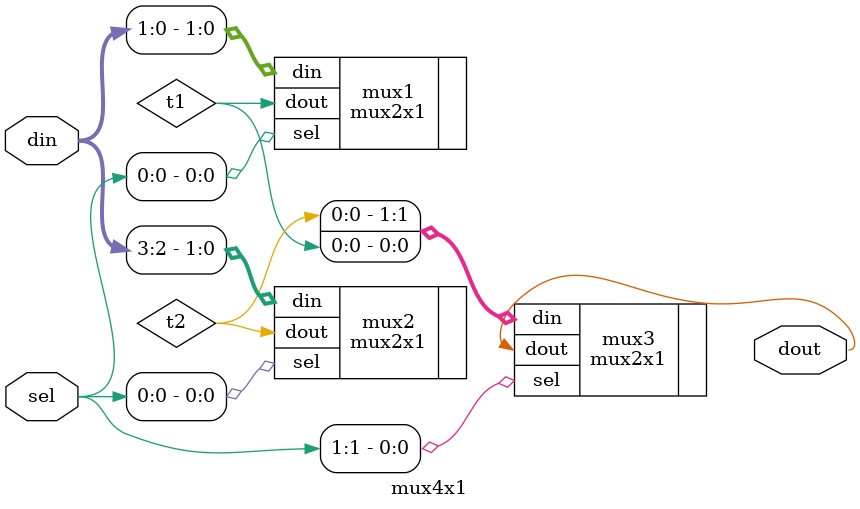
<source format=v>

`timescale 1 ns /1 ns

`include "mux2x1.v"

module mux4x1(dout, sel, din);
  output wire dout;
  input wire [1:0] sel;
  input wire [3:0] din;
  wire t1, t2;
  
  mux2x1 mux1(.dout(t1), .sel(sel[0]), .din(din[1:0])),
         mux2(.dout(t2), .sel(sel[0]), .din(din[3:2])),
         mux3(.dout(dout), .sel(sel[1]), .din({t2, t1}));
endmodule

</source>
